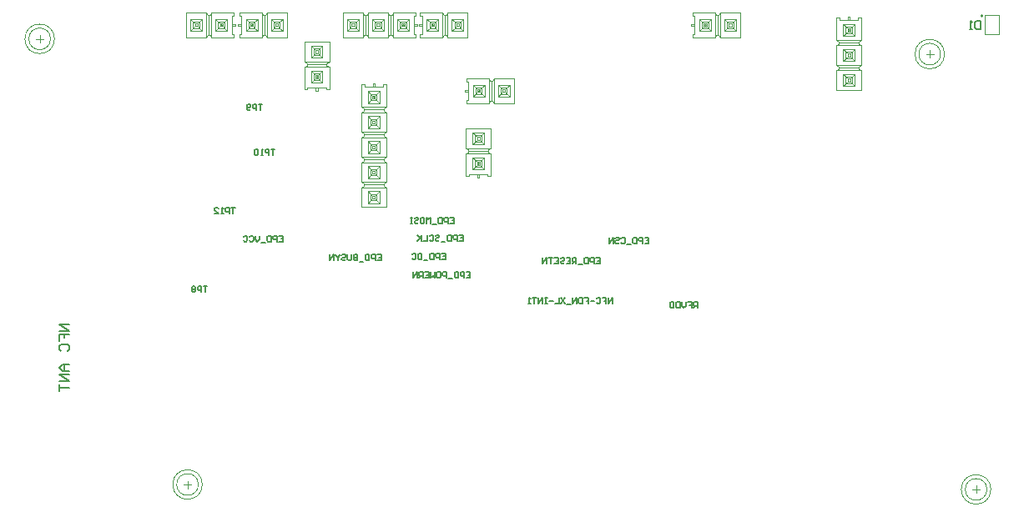
<source format=gbo>
G04 Layer_Color=32896*
%FSLAX44Y44*%
%MOMM*%
G71*
G01*
G75*
%ADD76C,0.2000*%
%ADD77C,0.1000*%
%ADD80C,0.0254*%
%ADD81C,0.0762*%
%ADD87C,0.1778*%
%ADD88C,0.1300*%
%ADD89C,0.1500*%
D76*
X2886840Y2450846D02*
G03*
X2886840Y2450846I-1000J0D01*
G01*
D77*
X2848000Y2412000D02*
G03*
X2848000Y2412000I-15000J0D01*
G01*
X2844000D02*
G03*
X2844000Y2412000I-11000J0D01*
G01*
X2891000Y1970000D02*
G03*
X2891000Y1970000I-11000J0D01*
G01*
X2895000D02*
G03*
X2895000Y1970000I-15000J0D01*
G01*
X1945000Y2427500D02*
G03*
X1945000Y2427500I-15000J0D01*
G01*
X1941000D02*
G03*
X1941000Y2427500I-11000J0D01*
G01*
X2091000Y1975000D02*
G03*
X2091000Y1975000I-11000J0D01*
G01*
X2095000D02*
G03*
X2095000Y1975000I-15000J0D01*
G01*
X2888500Y2451956D02*
X2903500D01*
Y2431956D02*
Y2451956D01*
X2888500Y2431956D02*
Y2451956D01*
Y2431956D02*
X2903500D01*
X2829190Y2412000D02*
X2836810D01*
X2833000Y2408190D02*
Y2415810D01*
X2880000Y1966190D02*
Y1973810D01*
X2876190Y1970000D02*
X2883810D01*
X1926190Y2427500D02*
X1933810D01*
X1930000Y2423690D02*
Y2431310D01*
X2080000Y1971190D02*
Y1978810D01*
X2076190Y1975000D02*
X2083810D01*
D80*
X2298700Y2440940D02*
Y2442464D01*
X2297938Y2441702D02*
X2299462D01*
X2375154Y2300224D02*
Y2301748D01*
X2374392Y2300986D02*
X2375916D01*
X2375408Y2374138D02*
Y2375662D01*
X2374646Y2374900D02*
X2376170D01*
X2144344Y2441702D02*
X2145868D01*
X2145106Y2440940D02*
Y2442464D01*
X2211070Y2388108D02*
Y2389632D01*
X2210308Y2388870D02*
X2211832D01*
X2327910Y2441702D02*
X2329434D01*
X2328672Y2440940D02*
Y2442464D01*
X2604262Y2441448D02*
X2605786D01*
X2605024Y2440686D02*
Y2442210D01*
X2751074Y2435606D02*
Y2437130D01*
X2750312Y2436368D02*
X2751836D01*
X2113610Y2441702D02*
X2115134D01*
X2114372Y2440940D02*
Y2442464D01*
X2268728Y2367534D02*
Y2369058D01*
X2267966Y2368296D02*
X2269490D01*
D81*
X2287295Y2431618D02*
X2288565Y2429002D01*
X2283435D02*
X2284705Y2431618D01*
X2267356Y2435809D02*
X2270049Y2438527D01*
X2287295Y2451811D02*
X2288565Y2454402D01*
X2283435D02*
X2284705Y2451811D01*
X2301951Y2438527D02*
X2304644Y2435809D01*
X2276551Y2444902D02*
X2279269Y2447595D01*
X2292731D02*
X2295449Y2444902D01*
X2270049Y2444953D02*
X2271852Y2443150D01*
X2274748Y2440254D02*
X2276551Y2438451D01*
Y2438527D02*
X2279269Y2435809D01*
X2267356Y2447595D02*
X2270049Y2444902D01*
X2295449Y2444953D02*
X2297252Y2443150D01*
X2300148Y2440254D02*
X2301951Y2438451D01*
X2263165Y2429002D02*
Y2454402D01*
X2270049Y2438451D02*
Y2444953D01*
X2267356Y2435809D02*
Y2447595D01*
X2276551Y2438451D02*
Y2444953D01*
X2279269Y2435809D02*
Y2447595D01*
X2274748Y2440254D02*
Y2443150D01*
X2271852Y2440254D02*
Y2443150D01*
X2283435Y2429002D02*
Y2454402D01*
X2288565Y2429002D02*
Y2454402D01*
X2286000Y2431618D02*
Y2451811D01*
X2297252Y2440254D02*
Y2443150D01*
X2300148Y2440254D02*
Y2443150D01*
X2295449Y2438451D02*
Y2444953D01*
X2301951Y2438451D02*
Y2444953D01*
X2292731Y2435809D02*
Y2447595D01*
X2311400Y2429002D02*
Y2432380D01*
Y2451024D02*
Y2454402D01*
X2312695Y2440813D02*
Y2442591D01*
X2309317Y2432380D02*
Y2451024D01*
X2304644Y2435809D02*
Y2447595D01*
X2301951Y2444902D02*
X2304644Y2447595D01*
X2295449Y2438451D02*
X2297252Y2440254D01*
X2300148Y2443150D02*
X2301951Y2444953D01*
X2292731Y2435809D02*
X2295449Y2438527D01*
X2270049Y2438451D02*
X2271852Y2440254D01*
X2274748Y2443150D02*
X2276551Y2444953D01*
X2263165Y2429002D02*
X2283435D01*
X2288565D02*
X2311400D01*
X2284705Y2431618D02*
X2287295D01*
X2309317Y2432380D02*
X2311400D01*
X2309317Y2440813D02*
X2312695D01*
X2309317Y2442591D02*
X2312695D01*
X2270049Y2444953D02*
X2276551D01*
X2295449D02*
X2301951D01*
X2271852Y2443150D02*
X2274748D01*
X2297252D02*
X2300148D01*
X2271852Y2440254D02*
X2274748D01*
X2297252D02*
X2300148D01*
X2270049Y2438451D02*
X2276551D01*
X2295449D02*
X2301951D01*
X2267356Y2435809D02*
X2279269D01*
X2292731D02*
X2304644D01*
X2263165Y2454402D02*
X2283435D01*
X2288565D02*
X2311400D01*
X2284705Y2451811D02*
X2287295D01*
X2309317Y2451024D02*
X2311400D01*
X2267356Y2447595D02*
X2279269D01*
X2292731D02*
X2304644D01*
X2241956D02*
X2253869D01*
X2259305Y2451811D02*
X2261895D01*
X2237765Y2454402D02*
X2258035D01*
X2241956Y2435809D02*
X2253869D01*
X2244649Y2438451D02*
X2251151D01*
X2246452Y2440254D02*
X2249348D01*
X2246452Y2443150D02*
X2249348D01*
X2244649Y2444953D02*
X2251151D01*
X2259305Y2431618D02*
X2261895D01*
X2237765Y2429002D02*
X2258035D01*
X2249348Y2443150D02*
X2251151Y2444953D01*
X2244649Y2438451D02*
X2246452Y2440254D01*
X2260600Y2431618D02*
Y2451811D01*
X2263165Y2429002D02*
Y2454402D01*
X2258035Y2429002D02*
Y2454402D01*
X2246452Y2440254D02*
Y2443150D01*
X2249348Y2440254D02*
Y2443150D01*
X2253869Y2435809D02*
Y2447595D01*
X2251151Y2438451D02*
Y2444953D01*
X2241956Y2435809D02*
Y2447595D01*
X2244649Y2438451D02*
Y2444953D01*
X2237765Y2429002D02*
Y2454402D01*
X2241956Y2447595D02*
X2244649Y2444902D01*
X2251151Y2438527D02*
X2253869Y2435809D01*
X2249348Y2440254D02*
X2251151Y2438451D01*
X2244649Y2444953D02*
X2246452Y2443150D01*
X2251151Y2444902D02*
X2253869Y2447595D01*
X2258035Y2454402D02*
X2259305Y2451811D01*
X2261895D02*
X2263165Y2454402D01*
X2241956Y2435809D02*
X2244649Y2438527D01*
X2258035Y2429002D02*
X2259305Y2431618D01*
X2261895D02*
X2263165Y2429002D01*
X2381047Y2295042D02*
Y2306955D01*
Y2320417D02*
Y2332330D01*
X2384476Y2288286D02*
Y2290369D01*
X2385263Y2312391D02*
Y2314981D01*
X2387854Y2288286D02*
Y2311121D01*
Y2316251D02*
Y2336521D01*
X2369261Y2295042D02*
Y2306955D01*
Y2320417D02*
Y2332330D01*
X2371903Y2297735D02*
Y2304237D01*
Y2323135D02*
Y2329637D01*
X2373706Y2299538D02*
Y2302434D01*
Y2324938D02*
Y2327834D01*
X2376602Y2299538D02*
Y2302434D01*
Y2324938D02*
Y2327834D01*
X2378405Y2297735D02*
Y2304237D01*
Y2323135D02*
Y2329637D01*
X2376043Y2286991D02*
Y2290369D01*
X2374265Y2286991D02*
Y2290369D01*
X2365832Y2288286D02*
Y2290369D01*
X2365070Y2312391D02*
Y2314981D01*
X2362454Y2288286D02*
Y2311121D01*
Y2316251D02*
Y2336521D01*
X2376602Y2324938D02*
X2378405Y2323135D01*
X2371903Y2329637D02*
X2373706Y2327834D01*
X2369261Y2306955D02*
X2371979Y2304237D01*
X2376602Y2299538D02*
X2378405Y2297735D01*
X2371903Y2304237D02*
X2373706Y2302434D01*
X2378354Y2297735D02*
X2381047Y2295042D01*
X2369261D02*
X2381047D01*
X2365832Y2290369D02*
X2384476D01*
X2374265Y2286991D02*
X2376043D01*
X2384476Y2288286D02*
X2387854D01*
X2362454D02*
X2365832D01*
X2369261Y2306955D02*
X2381047D01*
X2371903Y2297735D02*
X2378405D01*
X2371903Y2304237D02*
X2378405D01*
X2373706Y2299538D02*
X2376602D01*
X2373706Y2302434D02*
X2376602D01*
X2365070Y2313686D02*
X2385263D01*
X2362454Y2311121D02*
X2387854D01*
X2362454Y2316251D02*
X2387854D01*
X2373706Y2327834D02*
X2376602D01*
X2373706Y2324938D02*
X2376602D01*
X2369261Y2320417D02*
X2381047D01*
X2371903Y2323135D02*
X2378405D01*
X2369261Y2332330D02*
X2381047D01*
X2371903Y2329637D02*
X2378405D01*
X2362454Y2336521D02*
X2387854D01*
X2371903Y2297735D02*
X2373706Y2299538D01*
X2376602Y2302434D02*
X2378405Y2304237D01*
X2378354Y2329637D02*
X2381047Y2332330D01*
X2369261Y2320417D02*
X2371979Y2323135D01*
X2371903D02*
X2373706Y2324938D01*
X2376602Y2327834D02*
X2378405Y2329637D01*
X2378354Y2304237D02*
X2381047Y2306955D01*
X2378354Y2323135D02*
X2381047Y2320417D01*
X2369261Y2295042D02*
X2371979Y2297735D01*
X2385263Y2314981D02*
X2387854Y2316251D01*
X2385263Y2312391D02*
X2387854Y2311121D01*
X2369261Y2332330D02*
X2371979Y2329637D01*
X2362454Y2316251D02*
X2365070Y2314981D01*
X2362454Y2311121D02*
X2365070Y2312391D01*
X2385543Y2387600D02*
X2386813Y2384984D01*
X2389403D02*
X2390673Y2387600D01*
X2404059Y2378075D02*
X2406752Y2380793D01*
X2385543Y2362200D02*
X2386813Y2364791D01*
X2389403D02*
X2390673Y2362200D01*
X2369464Y2380793D02*
X2372157Y2378075D01*
X2394839Y2369007D02*
X2397557Y2371700D01*
X2378659D02*
X2381377Y2369007D01*
X2402256Y2373452D02*
X2404059Y2371649D01*
X2397557Y2378151D02*
X2399360Y2376348D01*
X2394839Y2380793D02*
X2397557Y2378075D01*
X2404059Y2371700D02*
X2406752Y2369007D01*
X2376856Y2373452D02*
X2378659Y2371649D01*
X2372157Y2378151D02*
X2373960Y2376348D01*
X2410943Y2362200D02*
Y2387600D01*
X2404059Y2371649D02*
Y2378151D01*
X2406752Y2369007D02*
Y2380793D01*
X2397557Y2371649D02*
Y2378151D01*
X2394839Y2369007D02*
Y2380793D01*
X2399360Y2373452D02*
Y2376348D01*
X2402256Y2373452D02*
Y2376348D01*
X2390673Y2362200D02*
Y2387600D01*
X2385543Y2362200D02*
Y2387600D01*
X2388108Y2364791D02*
Y2384984D01*
X2376856Y2373452D02*
Y2376348D01*
X2373960Y2373452D02*
Y2376348D01*
X2378659Y2371649D02*
Y2378151D01*
X2372157Y2371649D02*
Y2378151D01*
X2381377Y2369007D02*
Y2380793D01*
X2362708Y2384222D02*
Y2387600D01*
Y2362200D02*
Y2365578D01*
X2361413Y2374011D02*
Y2375789D01*
X2364791Y2365578D02*
Y2384222D01*
X2369464Y2369007D02*
Y2380793D01*
Y2369007D02*
X2372157Y2371700D01*
X2376856Y2376348D02*
X2378659Y2378151D01*
X2372157Y2371649D02*
X2373960Y2373452D01*
X2378659Y2378075D02*
X2381377Y2380793D01*
X2402256Y2376348D02*
X2404059Y2378151D01*
X2397557Y2371649D02*
X2399360Y2373452D01*
X2390673Y2387600D02*
X2410943D01*
X2362708D02*
X2385543D01*
X2386813Y2384984D02*
X2389403D01*
X2362708Y2384222D02*
X2364791D01*
X2361413Y2375789D02*
X2364791D01*
X2361413Y2374011D02*
X2364791D01*
X2397557Y2371649D02*
X2404059D01*
X2372157D02*
X2378659D01*
X2399360Y2373452D02*
X2402256D01*
X2373960D02*
X2376856D01*
X2399360Y2376348D02*
X2402256D01*
X2373960D02*
X2376856D01*
X2397557Y2378151D02*
X2404059D01*
X2372157D02*
X2378659D01*
X2394839Y2380793D02*
X2406752D01*
X2369464D02*
X2381377D01*
X2390673Y2362200D02*
X2410943D01*
X2362708D02*
X2385543D01*
X2386813Y2364791D02*
X2389403D01*
X2362708Y2365578D02*
X2364791D01*
X2394839Y2369007D02*
X2406752D01*
X2369464D02*
X2381377D01*
X2139163Y2435809D02*
X2151075D01*
X2164537D02*
X2176450D01*
X2132406Y2432380D02*
X2134489D01*
X2156511Y2431593D02*
X2159102D01*
X2132406Y2429002D02*
X2155241D01*
X2160372D02*
X2180641D01*
X2139163Y2447595D02*
X2151075D01*
X2164537D02*
X2176450D01*
X2141855Y2444953D02*
X2148357D01*
X2167255D02*
X2173757D01*
X2143658Y2443150D02*
X2146554D01*
X2169058D02*
X2171954D01*
X2143658Y2440254D02*
X2146554D01*
X2169058D02*
X2171954D01*
X2141855Y2438451D02*
X2148357D01*
X2167255D02*
X2173757D01*
X2131111Y2440813D02*
X2134489D01*
X2131111Y2442591D02*
X2134489D01*
X2132406Y2451024D02*
X2134489D01*
X2156511Y2451786D02*
X2159102D01*
X2132406Y2454402D02*
X2155241D01*
X2160372D02*
X2180641D01*
X2167255Y2438451D02*
X2169058Y2440254D01*
X2171954Y2443150D02*
X2173757Y2444953D01*
X2148357Y2444877D02*
X2151075Y2447595D01*
X2141855Y2438451D02*
X2143658Y2440254D01*
X2146554Y2443150D02*
X2148357Y2444953D01*
X2139163Y2435809D02*
X2141855Y2438502D01*
X2139163Y2435809D02*
Y2447595D01*
X2134489Y2432380D02*
Y2451024D01*
X2131111Y2440813D02*
Y2442591D01*
X2132406Y2429002D02*
Y2432380D01*
Y2451024D02*
Y2454402D01*
X2151075Y2435809D02*
Y2447595D01*
X2141855Y2438451D02*
Y2444953D01*
X2148357Y2438451D02*
Y2444953D01*
X2143658Y2440254D02*
Y2443150D01*
X2146554Y2440254D02*
Y2443150D01*
X2157806Y2431593D02*
Y2451786D01*
X2155241Y2429002D02*
Y2454402D01*
X2160372Y2429002D02*
Y2454402D01*
X2171954Y2440254D02*
Y2443150D01*
X2169058Y2440254D02*
Y2443150D01*
X2164537Y2435809D02*
Y2447595D01*
X2167255Y2438451D02*
Y2444953D01*
X2176450Y2435809D02*
Y2447595D01*
X2173757Y2438451D02*
Y2444953D01*
X2180641Y2429002D02*
Y2454402D01*
X2141855Y2444953D02*
X2143658Y2443150D01*
X2146554Y2440254D02*
X2148357Y2438451D01*
X2173757Y2438502D02*
X2176450Y2435809D01*
X2164537Y2447595D02*
X2167255Y2444877D01*
Y2444953D02*
X2169058Y2443150D01*
X2171954Y2440254D02*
X2173757Y2438451D01*
X2148357Y2438502D02*
X2151075Y2435809D01*
X2164537D02*
X2167255Y2438502D01*
X2139163Y2447595D02*
X2141855Y2444877D01*
X2159102Y2431593D02*
X2160372Y2429002D01*
X2155241D02*
X2156511Y2431593D01*
X2173757Y2444877D02*
X2176450Y2447595D01*
X2159102Y2451786D02*
X2160372Y2454402D01*
X2155241D02*
X2156511Y2451786D01*
X2216963Y2382926D02*
Y2394839D01*
Y2408301D02*
Y2420214D01*
X2220392Y2376170D02*
Y2378253D01*
X2221179Y2400275D02*
Y2402865D01*
X2223770Y2376170D02*
Y2399005D01*
Y2404135D02*
Y2424405D01*
X2205177Y2382926D02*
Y2394839D01*
Y2408301D02*
Y2420214D01*
X2207819Y2385619D02*
Y2392121D01*
Y2411019D02*
Y2417521D01*
X2209622Y2387422D02*
Y2390318D01*
Y2412822D02*
Y2415718D01*
X2212518Y2387422D02*
Y2390318D01*
Y2412822D02*
Y2415718D01*
X2214321Y2385619D02*
Y2392121D01*
Y2411019D02*
Y2417521D01*
X2211959Y2374875D02*
Y2378253D01*
X2210181Y2374875D02*
Y2378253D01*
X2201748Y2376170D02*
Y2378253D01*
X2200986Y2400275D02*
Y2402865D01*
X2198370Y2376170D02*
Y2399005D01*
Y2404135D02*
Y2424405D01*
X2212518Y2412822D02*
X2214321Y2411019D01*
X2207819Y2417521D02*
X2209622Y2415718D01*
X2205177Y2394839D02*
X2207895Y2392121D01*
X2212518Y2387422D02*
X2214321Y2385619D01*
X2207819Y2392121D02*
X2209622Y2390318D01*
X2214270Y2385619D02*
X2216963Y2382926D01*
X2205177D02*
X2216963D01*
X2201748Y2378253D02*
X2220392D01*
X2210181Y2374875D02*
X2211959D01*
X2220392Y2376170D02*
X2223770D01*
X2198370D02*
X2201748D01*
X2205177Y2394839D02*
X2216963D01*
X2207819Y2385619D02*
X2214321D01*
X2207819Y2392121D02*
X2214321D01*
X2209622Y2387422D02*
X2212518D01*
X2209622Y2390318D02*
X2212518D01*
X2200986Y2401570D02*
X2221179D01*
X2198370Y2399005D02*
X2223770D01*
X2198370Y2404135D02*
X2223770D01*
X2209622Y2415718D02*
X2212518D01*
X2209622Y2412822D02*
X2212518D01*
X2205177Y2408301D02*
X2216963D01*
X2207819Y2411019D02*
X2214321D01*
X2205177Y2420214D02*
X2216963D01*
X2207819Y2417521D02*
X2214321D01*
X2198370Y2424405D02*
X2223770D01*
X2207819Y2385619D02*
X2209622Y2387422D01*
X2212518Y2390318D02*
X2214321Y2392121D01*
X2214270Y2417521D02*
X2216963Y2420214D01*
X2205177Y2408301D02*
X2207895Y2411019D01*
X2207819D02*
X2209622Y2412822D01*
X2212518Y2415718D02*
X2214321Y2417521D01*
X2214270Y2392121D02*
X2216963Y2394839D01*
X2214270Y2411019D02*
X2216963Y2408301D01*
X2205177Y2382926D02*
X2207895Y2385619D01*
X2221179Y2402865D02*
X2223770Y2404135D01*
X2221179Y2400275D02*
X2223770Y2399005D01*
X2205177Y2420214D02*
X2207895Y2417521D01*
X2198370Y2404135D02*
X2200986Y2402865D01*
X2198370Y2399005D02*
X2200986Y2400275D01*
X2322728Y2435809D02*
X2334641D01*
X2348103D02*
X2360016D01*
X2315972Y2432380D02*
X2318055D01*
X2340077Y2431593D02*
X2342667D01*
X2315972Y2429002D02*
X2338807D01*
X2343937D02*
X2364207D01*
X2322728Y2447595D02*
X2334641D01*
X2348103D02*
X2360016D01*
X2325421Y2444953D02*
X2331923D01*
X2350821D02*
X2357323D01*
X2327224Y2443150D02*
X2330120D01*
X2352624D02*
X2355520D01*
X2327224Y2440254D02*
X2330120D01*
X2352624D02*
X2355520D01*
X2325421Y2438451D02*
X2331923D01*
X2350821D02*
X2357323D01*
X2314677Y2440813D02*
X2318055D01*
X2314677Y2442591D02*
X2318055D01*
X2315972Y2451024D02*
X2318055D01*
X2340077Y2451786D02*
X2342667D01*
X2315972Y2454402D02*
X2338807D01*
X2343937D02*
X2364207D01*
X2350821Y2438451D02*
X2352624Y2440254D01*
X2355520Y2443150D02*
X2357323Y2444953D01*
X2331923Y2444877D02*
X2334641Y2447595D01*
X2325421Y2438451D02*
X2327224Y2440254D01*
X2330120Y2443150D02*
X2331923Y2444953D01*
X2322728Y2435809D02*
X2325421Y2438502D01*
X2322728Y2435809D02*
Y2447595D01*
X2318055Y2432380D02*
Y2451024D01*
X2314677Y2440813D02*
Y2442591D01*
X2315972Y2429002D02*
Y2432380D01*
Y2451024D02*
Y2454402D01*
X2334641Y2435809D02*
Y2447595D01*
X2325421Y2438451D02*
Y2444953D01*
X2331923Y2438451D02*
Y2444953D01*
X2327224Y2440254D02*
Y2443150D01*
X2330120Y2440254D02*
Y2443150D01*
X2341372Y2431593D02*
Y2451786D01*
X2338807Y2429002D02*
Y2454402D01*
X2343937Y2429002D02*
Y2454402D01*
X2355520Y2440254D02*
Y2443150D01*
X2352624Y2440254D02*
Y2443150D01*
X2348103Y2435809D02*
Y2447595D01*
X2350821Y2438451D02*
Y2444953D01*
X2360016Y2435809D02*
Y2447595D01*
X2357323Y2438451D02*
Y2444953D01*
X2364207Y2429002D02*
Y2454402D01*
X2325421Y2444953D02*
X2327224Y2443150D01*
X2330120Y2440254D02*
X2331923Y2438451D01*
X2357323Y2438502D02*
X2360016Y2435809D01*
X2348103Y2447595D02*
X2350821Y2444877D01*
Y2444953D02*
X2352624Y2443150D01*
X2355520Y2440254D02*
X2357323Y2438451D01*
X2331923Y2438502D02*
X2334641Y2435809D01*
X2348103D02*
X2350821Y2438502D01*
X2322728Y2447595D02*
X2325421Y2444877D01*
X2342667Y2431593D02*
X2343937Y2429002D01*
X2338807D02*
X2340077Y2431593D01*
X2357323Y2444877D02*
X2360016Y2447595D01*
X2342667Y2451786D02*
X2343937Y2454402D01*
X2338807D02*
X2340077Y2451786D01*
X2599081Y2435555D02*
X2610993D01*
X2624455D02*
X2636367D01*
X2592324Y2432126D02*
X2594407D01*
X2616429Y2431339D02*
X2619019D01*
X2592324Y2428748D02*
X2615159D01*
X2620289D02*
X2640558D01*
X2599081Y2447341D02*
X2610993D01*
X2624455D02*
X2636367D01*
X2601773Y2444699D02*
X2608275D01*
X2627173D02*
X2633675D01*
X2603576Y2442896D02*
X2606472D01*
X2628976D02*
X2631872D01*
X2603576Y2440000D02*
X2606472D01*
X2628976D02*
X2631872D01*
X2601773Y2438197D02*
X2608275D01*
X2627173D02*
X2633675D01*
X2591029Y2440559D02*
X2594407D01*
X2591029Y2442337D02*
X2594407D01*
X2592324Y2450770D02*
X2594407D01*
X2616429Y2451532D02*
X2619019D01*
X2592324Y2454148D02*
X2615159D01*
X2620289D02*
X2640558D01*
X2627173Y2438197D02*
X2628976Y2440000D01*
X2631872Y2442896D02*
X2633675Y2444699D01*
X2608275Y2444623D02*
X2610993Y2447341D01*
X2601773Y2438197D02*
X2603576Y2440000D01*
X2606472Y2442896D02*
X2608275Y2444699D01*
X2599081Y2435555D02*
X2601773Y2438248D01*
X2599081Y2435555D02*
Y2447341D01*
X2594407Y2432126D02*
Y2450770D01*
X2591029Y2440559D02*
Y2442337D01*
X2592324Y2428748D02*
Y2432126D01*
Y2450770D02*
Y2454148D01*
X2610993Y2435555D02*
Y2447341D01*
X2601773Y2438197D02*
Y2444699D01*
X2608275Y2438197D02*
Y2444699D01*
X2603576Y2440000D02*
Y2442896D01*
X2606472Y2440000D02*
Y2442896D01*
X2617724Y2431339D02*
Y2451532D01*
X2615159Y2428748D02*
Y2454148D01*
X2620289Y2428748D02*
Y2454148D01*
X2631872Y2440000D02*
Y2442896D01*
X2628976Y2440000D02*
Y2442896D01*
X2624455Y2435555D02*
Y2447341D01*
X2627173Y2438197D02*
Y2444699D01*
X2636367Y2435555D02*
Y2447341D01*
X2633675Y2438197D02*
Y2444699D01*
X2640558Y2428748D02*
Y2454148D01*
X2601773Y2444699D02*
X2603576Y2442896D01*
X2606472Y2440000D02*
X2608275Y2438197D01*
X2633675Y2438248D02*
X2636367Y2435555D01*
X2624455Y2447341D02*
X2627173Y2444623D01*
Y2444699D02*
X2628976Y2442896D01*
X2631872Y2440000D02*
X2633675Y2438197D01*
X2608275Y2438248D02*
X2610993Y2435555D01*
X2624455D02*
X2627173Y2438248D01*
X2599081Y2447341D02*
X2601773Y2444623D01*
X2619019Y2431339D02*
X2620289Y2428748D01*
X2615159D02*
X2616429Y2431339D01*
X2633675Y2444623D02*
X2636367Y2447341D01*
X2619019Y2451532D02*
X2620289Y2454148D01*
X2615159D02*
X2616429Y2451532D01*
X2761158Y2399563D02*
X2763774Y2400833D01*
X2761158Y2396973D02*
X2763774Y2395703D01*
X2754249Y2382317D02*
X2756967Y2379624D01*
X2738374Y2400833D02*
X2740965Y2399563D01*
X2738374Y2395703D02*
X2740965Y2396973D01*
X2745181Y2391537D02*
X2747874Y2388819D01*
X2747823Y2382317D02*
X2749626Y2384120D01*
X2752522Y2387016D02*
X2754325Y2388819D01*
X2754249D02*
X2756967Y2391537D01*
X2745181Y2379624D02*
X2747874Y2382317D01*
X2738374Y2375433D02*
X2763774D01*
X2747823Y2382317D02*
X2754325D01*
X2745181Y2379624D02*
X2756967D01*
X2747823Y2388819D02*
X2754325D01*
X2745181Y2391537D02*
X2756967D01*
X2749626Y2387016D02*
X2752522D01*
X2749626Y2384120D02*
X2752522D01*
X2738374Y2395703D02*
X2763774D01*
X2738374Y2400833D02*
X2763774D01*
X2740965Y2398268D02*
X2761158D01*
X2752522Y2384120D02*
X2754325Y2382317D01*
X2747823Y2388819D02*
X2749626Y2387016D01*
X2763774Y2375433D02*
Y2395703D01*
X2761158Y2396973D02*
Y2399563D01*
X2747823Y2382317D02*
Y2388819D01*
X2749626Y2384120D02*
Y2387016D01*
X2752522Y2384120D02*
Y2387016D01*
X2754325Y2382317D02*
Y2388819D01*
X2756967Y2379624D02*
Y2391537D01*
X2738374Y2375433D02*
Y2395703D01*
X2740965Y2396973D02*
Y2399563D01*
X2745181Y2379624D02*
Y2391537D01*
Y2430399D02*
Y2442312D01*
Y2405024D02*
Y2416937D01*
X2741752Y2446985D02*
Y2449068D01*
X2740965Y2422373D02*
Y2424963D01*
X2738374Y2426233D02*
Y2449068D01*
Y2400833D02*
Y2421103D01*
X2756967Y2430399D02*
Y2442312D01*
Y2405024D02*
Y2416937D01*
X2754325Y2433117D02*
Y2439619D01*
Y2407717D02*
Y2414219D01*
X2752522Y2434920D02*
Y2437816D01*
Y2409520D02*
Y2412416D01*
X2749626Y2434920D02*
Y2437816D01*
Y2409520D02*
Y2412416D01*
X2747823Y2433117D02*
Y2439619D01*
Y2407717D02*
Y2414219D01*
X2750185Y2446985D02*
Y2450363D01*
X2751963Y2446985D02*
Y2450363D01*
X2760396Y2446985D02*
Y2449068D01*
X2761158Y2422373D02*
Y2424963D01*
X2763774Y2426233D02*
Y2449068D01*
Y2400833D02*
Y2421103D01*
X2747823Y2414219D02*
X2749626Y2412416D01*
X2752522Y2409520D02*
X2754325Y2407717D01*
X2754249Y2433117D02*
X2756967Y2430399D01*
X2747823Y2439619D02*
X2749626Y2437816D01*
X2752522Y2434920D02*
X2754325Y2433117D01*
X2745181Y2442312D02*
X2747874Y2439619D01*
X2745181Y2442312D02*
X2756967D01*
X2741752Y2446985D02*
X2760396D01*
X2750185Y2450363D02*
X2751963D01*
X2738374Y2449068D02*
X2741752D01*
X2760396D02*
X2763774D01*
X2745181Y2430399D02*
X2756967D01*
X2747823Y2439619D02*
X2754325D01*
X2747823Y2433117D02*
X2754325D01*
X2749626Y2437816D02*
X2752522D01*
X2749626Y2434920D02*
X2752522D01*
X2740965Y2423668D02*
X2761158D01*
X2738374Y2426233D02*
X2763774D01*
X2738374Y2421103D02*
X2763774D01*
X2749626Y2409520D02*
X2752522D01*
X2749626Y2412416D02*
X2752522D01*
X2745181Y2416937D02*
X2756967D01*
X2747823Y2414219D02*
X2754325D01*
X2745181Y2405024D02*
X2756967D01*
X2747823Y2407717D02*
X2754325D01*
X2738374Y2400833D02*
X2763774D01*
X2752522Y2437816D02*
X2754325Y2439619D01*
X2747823Y2433117D02*
X2749626Y2434920D01*
X2745181Y2405024D02*
X2747874Y2407717D01*
X2754249Y2414219D02*
X2756967Y2416937D01*
X2752522Y2412416D02*
X2754325Y2414219D01*
X2747823Y2407717D02*
X2749626Y2409520D01*
X2745181Y2430399D02*
X2747874Y2433117D01*
X2745181Y2416937D02*
X2747874Y2414219D01*
X2754249Y2439619D02*
X2756967Y2442312D01*
X2738374Y2421103D02*
X2740965Y2422373D01*
X2738374Y2426233D02*
X2740965Y2424963D01*
X2754249Y2407717D02*
X2756967Y2405024D01*
X2761158Y2422373D02*
X2763774Y2421103D01*
X2761158Y2424963D02*
X2763774Y2426233D01*
X2108403Y2447595D02*
X2120316D01*
X2083029D02*
X2094941D01*
X2124989Y2451024D02*
X2127072D01*
X2100377Y2451811D02*
X2102968D01*
X2104238Y2454402D02*
X2127072D01*
X2078838D02*
X2099107D01*
X2108403Y2435809D02*
X2120316D01*
X2083029D02*
X2094941D01*
X2111121Y2438451D02*
X2117623D01*
X2085721D02*
X2092223D01*
X2112924Y2440254D02*
X2115820D01*
X2087524D02*
X2090420D01*
X2112924Y2443150D02*
X2115820D01*
X2087524D02*
X2090420D01*
X2111121Y2444953D02*
X2117623D01*
X2085721D02*
X2092223D01*
X2124989Y2442591D02*
X2128368D01*
X2124989Y2440813D02*
X2128368D01*
X2124989Y2432380D02*
X2127072D01*
X2100377Y2431618D02*
X2102968D01*
X2104238Y2429002D02*
X2127072D01*
X2078838D02*
X2099107D01*
X2090420Y2443150D02*
X2092223Y2444953D01*
X2085721Y2438451D02*
X2087524Y2440254D01*
X2108403Y2435809D02*
X2111121Y2438527D01*
X2115820Y2443150D02*
X2117623Y2444953D01*
X2111121Y2438451D02*
X2112924Y2440254D01*
X2117623Y2444902D02*
X2120316Y2447595D01*
Y2435809D02*
Y2447595D01*
X2124989Y2432380D02*
Y2451024D01*
X2128368Y2440813D02*
Y2442591D01*
X2127072Y2451024D02*
Y2454402D01*
Y2429002D02*
Y2432380D01*
X2108403Y2435809D02*
Y2447595D01*
X2117623Y2438451D02*
Y2444953D01*
X2111121Y2438451D02*
Y2444953D01*
X2115820Y2440254D02*
Y2443150D01*
X2112924Y2440254D02*
Y2443150D01*
X2101672Y2431618D02*
Y2451811D01*
X2104238Y2429002D02*
Y2454402D01*
X2099107Y2429002D02*
Y2454402D01*
X2087524Y2440254D02*
Y2443150D01*
X2090420Y2440254D02*
Y2443150D01*
X2094941Y2435809D02*
Y2447595D01*
X2092223Y2438451D02*
Y2444953D01*
X2083029Y2435809D02*
Y2447595D01*
X2085721Y2438451D02*
Y2444953D01*
X2078838Y2429002D02*
Y2454402D01*
X2115820Y2440254D02*
X2117623Y2438451D01*
X2111121Y2444953D02*
X2112924Y2443150D01*
X2083029Y2447595D02*
X2085721Y2444902D01*
X2092223Y2438527D02*
X2094941Y2435809D01*
X2090420Y2440254D02*
X2092223Y2438451D01*
X2085721Y2444953D02*
X2087524Y2443150D01*
X2108403Y2447595D02*
X2111121Y2444902D01*
X2092223D02*
X2094941Y2447595D01*
X2117623Y2438527D02*
X2120316Y2435809D01*
X2099107Y2454402D02*
X2100377Y2451811D01*
X2102968D02*
X2104238Y2454402D01*
X2083029Y2435809D02*
X2085721Y2438527D01*
X2099107Y2429002D02*
X2100377Y2431618D01*
X2102968D02*
X2104238Y2429002D01*
X2278812Y2331491D02*
X2281428Y2332761D01*
X2278812Y2328901D02*
X2281428Y2327631D01*
X2271903Y2314245D02*
X2274621Y2311552D01*
X2256028Y2332761D02*
X2258619Y2331491D01*
X2256028Y2327631D02*
X2258619Y2328901D01*
X2262835Y2323465D02*
X2265528Y2320747D01*
X2265477Y2314245D02*
X2267280Y2316048D01*
X2270176Y2318944D02*
X2271979Y2320747D01*
X2271903D02*
X2274621Y2323465D01*
X2262835Y2311552D02*
X2265528Y2314245D01*
X2256028Y2307361D02*
X2281428D01*
X2265477Y2314245D02*
X2271979D01*
X2262835Y2311552D02*
X2274621D01*
X2265477Y2320747D02*
X2271979D01*
X2262835Y2323465D02*
X2274621D01*
X2267280Y2318944D02*
X2270176D01*
X2267280Y2316048D02*
X2270176D01*
X2256028Y2327631D02*
X2281428D01*
X2256028Y2332761D02*
X2281428D01*
X2258619Y2330196D02*
X2278812D01*
X2270176Y2316048D02*
X2271979Y2314245D01*
X2265477Y2320747D02*
X2267280Y2318944D01*
X2281428Y2307361D02*
Y2327631D01*
X2278812Y2328901D02*
Y2331491D01*
X2265477Y2314245D02*
Y2320747D01*
X2267280Y2316048D02*
Y2318944D01*
X2270176Y2316048D02*
Y2318944D01*
X2271979Y2314245D02*
Y2320747D01*
X2274621Y2311552D02*
Y2323465D01*
X2256028Y2307361D02*
Y2327631D01*
X2258619Y2328901D02*
Y2331491D01*
X2262835Y2311552D02*
Y2323465D01*
Y2362327D02*
Y2374240D01*
Y2336952D02*
Y2348865D01*
X2259406Y2378913D02*
Y2380996D01*
X2258619Y2354301D02*
Y2356891D01*
X2256028Y2358161D02*
Y2380996D01*
Y2332761D02*
Y2353031D01*
X2274621Y2362327D02*
Y2374240D01*
Y2336952D02*
Y2348865D01*
X2271979Y2365045D02*
Y2371547D01*
Y2339645D02*
Y2346147D01*
X2270176Y2366848D02*
Y2369744D01*
Y2341448D02*
Y2344344D01*
X2267280Y2366848D02*
Y2369744D01*
Y2341448D02*
Y2344344D01*
X2265477Y2365045D02*
Y2371547D01*
Y2339645D02*
Y2346147D01*
X2267839Y2378913D02*
Y2382291D01*
X2269617Y2378913D02*
Y2382291D01*
X2278050Y2378913D02*
Y2380996D01*
X2278812Y2354301D02*
Y2356891D01*
X2281428Y2358161D02*
Y2380996D01*
Y2332761D02*
Y2353031D01*
X2265477Y2346147D02*
X2267280Y2344344D01*
X2270176Y2341448D02*
X2271979Y2339645D01*
X2271903Y2365045D02*
X2274621Y2362327D01*
X2265477Y2371547D02*
X2267280Y2369744D01*
X2270176Y2366848D02*
X2271979Y2365045D01*
X2262835Y2374240D02*
X2265528Y2371547D01*
X2262835Y2374240D02*
X2274621D01*
X2259406Y2378913D02*
X2278050D01*
X2267839Y2382291D02*
X2269617D01*
X2256028Y2380996D02*
X2259406D01*
X2278050D02*
X2281428D01*
X2262835Y2362327D02*
X2274621D01*
X2265477Y2371547D02*
X2271979D01*
X2265477Y2365045D02*
X2271979D01*
X2267280Y2369744D02*
X2270176D01*
X2267280Y2366848D02*
X2270176D01*
X2258619Y2355596D02*
X2278812D01*
X2256028Y2358161D02*
X2281428D01*
X2256028Y2353031D02*
X2281428D01*
X2267280Y2341448D02*
X2270176D01*
X2267280Y2344344D02*
X2270176D01*
X2262835Y2348865D02*
X2274621D01*
X2265477Y2346147D02*
X2271979D01*
X2262835Y2336952D02*
X2274621D01*
X2265477Y2339645D02*
X2271979D01*
X2256028Y2332761D02*
X2281428D01*
X2270176Y2369744D02*
X2271979Y2371547D01*
X2265477Y2365045D02*
X2267280Y2366848D01*
X2262835Y2336952D02*
X2265528Y2339645D01*
X2271903Y2346147D02*
X2274621Y2348865D01*
X2270176Y2344344D02*
X2271979Y2346147D01*
X2265477Y2339645D02*
X2267280Y2341448D01*
X2262835Y2362327D02*
X2265528Y2365045D01*
X2262835Y2348865D02*
X2265528Y2346147D01*
X2271903Y2371547D02*
X2274621Y2374240D01*
X2256028Y2353031D02*
X2258619Y2354301D01*
X2256028Y2358161D02*
X2258619Y2356891D01*
X2271903Y2339645D02*
X2274621Y2336952D01*
X2278812Y2354301D02*
X2281428Y2353031D01*
X2278812Y2356891D02*
X2281428Y2358161D01*
X2256028Y2307361D02*
X2281428D01*
X2262835Y2286152D02*
Y2298065D01*
X2258619Y2303501D02*
Y2306091D01*
X2256028Y2281961D02*
Y2302231D01*
X2274621Y2286152D02*
Y2298065D01*
X2271979Y2288845D02*
Y2295347D01*
X2270176Y2290648D02*
Y2293544D01*
X2267280Y2290648D02*
Y2293544D01*
X2265477Y2288845D02*
Y2295347D01*
X2278812Y2303501D02*
Y2306091D01*
X2281428Y2281961D02*
Y2302231D01*
X2265477Y2295347D02*
X2267280Y2293544D01*
X2270176Y2290648D02*
X2271979Y2288845D01*
X2258619Y2304796D02*
X2278812D01*
X2256028Y2307361D02*
X2281428D01*
X2256028Y2302231D02*
X2281428D01*
X2267280Y2290648D02*
X2270176D01*
X2267280Y2293544D02*
X2270176D01*
X2262835Y2298065D02*
X2274621D01*
X2265477Y2295347D02*
X2271979D01*
X2262835Y2286152D02*
X2274621D01*
X2265477Y2288845D02*
X2271979D01*
X2256028Y2281961D02*
X2281428D01*
X2262835Y2286152D02*
X2265528Y2288845D01*
X2271903Y2295347D02*
X2274621Y2298065D01*
X2270176Y2293544D02*
X2271979Y2295347D01*
X2265477Y2288845D02*
X2267280Y2290648D01*
X2262835Y2298065D02*
X2265528Y2295347D01*
X2256028Y2302231D02*
X2258619Y2303501D01*
X2256028Y2307361D02*
X2258619Y2306091D01*
X2271903Y2288845D02*
X2274621Y2286152D01*
X2278812Y2303501D02*
X2281428Y2302231D01*
X2278812Y2306091D02*
X2281428Y2307361D01*
X2256028Y2281961D02*
X2281428D01*
X2262835Y2260752D02*
Y2272665D01*
X2258619Y2278101D02*
Y2280691D01*
X2256028Y2256561D02*
Y2276831D01*
X2274621Y2260752D02*
Y2272665D01*
X2271979Y2263445D02*
Y2269947D01*
X2270176Y2265248D02*
Y2268144D01*
X2267280Y2265248D02*
Y2268144D01*
X2265477Y2263445D02*
Y2269947D01*
X2278812Y2278101D02*
Y2280691D01*
X2281428Y2256561D02*
Y2276831D01*
X2265477Y2269947D02*
X2267280Y2268144D01*
X2270176Y2265248D02*
X2271979Y2263445D01*
X2258619Y2279396D02*
X2278812D01*
X2256028Y2281961D02*
X2281428D01*
X2256028Y2276831D02*
X2281428D01*
X2267280Y2265248D02*
X2270176D01*
X2267280Y2268144D02*
X2270176D01*
X2262835Y2272665D02*
X2274621D01*
X2265477Y2269947D02*
X2271979D01*
X2262835Y2260752D02*
X2274621D01*
X2265477Y2263445D02*
X2271979D01*
X2256028Y2256561D02*
X2281428D01*
X2262835Y2260752D02*
X2265528Y2263445D01*
X2271903Y2269947D02*
X2274621Y2272665D01*
X2270176Y2268144D02*
X2271979Y2269947D01*
X2265477Y2263445D02*
X2267280Y2265248D01*
X2262835Y2272665D02*
X2265528Y2269947D01*
X2256028Y2276831D02*
X2258619Y2278101D01*
X2256028Y2281961D02*
X2258619Y2280691D01*
X2271903Y2263445D02*
X2274621Y2260752D01*
X2278812Y2278101D02*
X2281428Y2276831D01*
X2278812Y2280691D02*
X2281428Y2281961D01*
D87*
X1960372Y2137664D02*
X1950215D01*
X1960372Y2130893D01*
X1950215D01*
Y2120736D02*
Y2127507D01*
X1955294D01*
Y2124122D01*
Y2127507D01*
X1960372D01*
X1951908Y2110579D02*
X1950215Y2112272D01*
Y2115658D01*
X1951908Y2117351D01*
X1958679D01*
X1960372Y2115658D01*
Y2112272D01*
X1958679Y2110579D01*
X1960372Y2097037D02*
X1953601D01*
X1950215Y2093651D01*
X1953601Y2090266D01*
X1960372D01*
X1955294D01*
Y2097037D01*
X1960372Y2086880D02*
X1950215D01*
X1960372Y2080109D01*
X1950215D01*
Y2076724D02*
Y2069953D01*
Y2073338D01*
X1960372D01*
D88*
X2346263Y2246024D02*
X2350262D01*
Y2240026D01*
X2346263D01*
X2350262Y2243025D02*
X2348263D01*
X2344264Y2240026D02*
Y2246024D01*
X2341265D01*
X2340265Y2245024D01*
Y2243025D01*
X2341265Y2242025D01*
X2344264D01*
X2338266Y2246024D02*
Y2240026D01*
X2335267D01*
X2334267Y2241026D01*
Y2245024D01*
X2335267Y2246024D01*
X2338266D01*
X2332268Y2239026D02*
X2328269D01*
X2326270Y2240026D02*
Y2246024D01*
X2324270Y2244025D01*
X2322271Y2246024D01*
Y2240026D01*
X2317273Y2246024D02*
X2319272D01*
X2320272Y2245024D01*
Y2241026D01*
X2319272Y2240026D01*
X2317273D01*
X2316273Y2241026D01*
Y2245024D01*
X2317273Y2246024D01*
X2310275Y2245024D02*
X2311275Y2246024D01*
X2313274D01*
X2314274Y2245024D01*
Y2244025D01*
X2313274Y2243025D01*
X2311275D01*
X2310275Y2242025D01*
Y2241026D01*
X2311275Y2240026D01*
X2313274D01*
X2314274Y2241026D01*
X2308276Y2246024D02*
X2306276D01*
X2307276D01*
Y2240026D01*
X2308276D01*
X2306276D01*
X2355407Y2228244D02*
X2359406D01*
Y2222246D01*
X2355407D01*
X2359406Y2225245D02*
X2357407D01*
X2353408Y2222246D02*
Y2228244D01*
X2350409D01*
X2349409Y2227244D01*
Y2225245D01*
X2350409Y2224245D01*
X2353408D01*
X2347410Y2228244D02*
Y2222246D01*
X2344411D01*
X2343411Y2223246D01*
Y2227244D01*
X2344411Y2228244D01*
X2347410D01*
X2341412Y2221246D02*
X2337413D01*
X2331415Y2227244D02*
X2332415Y2228244D01*
X2334414D01*
X2335414Y2227244D01*
Y2226245D01*
X2334414Y2225245D01*
X2332415D01*
X2331415Y2224245D01*
Y2223246D01*
X2332415Y2222246D01*
X2334414D01*
X2335414Y2223246D01*
X2325417Y2227244D02*
X2326417Y2228244D01*
X2328416D01*
X2329416Y2227244D01*
Y2223246D01*
X2328416Y2222246D01*
X2326417D01*
X2325417Y2223246D01*
X2323418Y2228244D02*
Y2222246D01*
X2319419D01*
X2317420Y2228244D02*
Y2222246D01*
Y2224245D01*
X2313421Y2228244D01*
X2316420Y2225245D01*
X2313421Y2222246D01*
X2337627Y2209702D02*
X2341626D01*
Y2203704D01*
X2337627D01*
X2341626Y2206703D02*
X2339627D01*
X2335628Y2203704D02*
Y2209702D01*
X2332629D01*
X2331629Y2208702D01*
Y2206703D01*
X2332629Y2205703D01*
X2335628D01*
X2329630Y2209702D02*
Y2203704D01*
X2326631D01*
X2325631Y2204704D01*
Y2208702D01*
X2326631Y2209702D01*
X2329630D01*
X2323632Y2202704D02*
X2319633D01*
X2317634Y2209702D02*
Y2203704D01*
X2314635D01*
X2313635Y2204704D01*
Y2208702D01*
X2314635Y2209702D01*
X2317634D01*
X2307637Y2208702D02*
X2308637Y2209702D01*
X2310636D01*
X2311636Y2208702D01*
Y2204704D01*
X2310636Y2203704D01*
X2308637D01*
X2307637Y2204704D01*
X2362773Y2190906D02*
X2366772D01*
Y2184908D01*
X2362773D01*
X2366772Y2187907D02*
X2364773D01*
X2360774Y2184908D02*
Y2190906D01*
X2357775D01*
X2356775Y2189906D01*
Y2187907D01*
X2357775Y2186907D01*
X2360774D01*
X2354776Y2190906D02*
Y2184908D01*
X2351777D01*
X2350777Y2185908D01*
Y2189906D01*
X2351777Y2190906D01*
X2354776D01*
X2348778Y2183908D02*
X2344779D01*
X2342780Y2184908D02*
Y2190906D01*
X2339781D01*
X2338781Y2189906D01*
Y2187907D01*
X2339781Y2186907D01*
X2342780D01*
X2333783Y2190906D02*
X2335782D01*
X2336782Y2189906D01*
Y2185908D01*
X2335782Y2184908D01*
X2333783D01*
X2332783Y2185908D01*
Y2189906D01*
X2333783Y2190906D01*
X2330784D02*
Y2184908D01*
X2328784Y2186907D01*
X2326785Y2184908D01*
Y2190906D01*
X2320787D02*
X2324786D01*
Y2184908D01*
X2320787D01*
X2324786Y2187907D02*
X2322786D01*
X2318788Y2184908D02*
Y2190906D01*
X2315789D01*
X2314789Y2189906D01*
Y2187907D01*
X2315789Y2186907D01*
X2318788D01*
X2316788D02*
X2314789Y2184908D01*
X2312789D02*
Y2190906D01*
X2308791Y2184908D01*
Y2190906D01*
X2272349Y2208432D02*
X2276348D01*
Y2202434D01*
X2272349D01*
X2276348Y2205433D02*
X2274349D01*
X2270350Y2202434D02*
Y2208432D01*
X2267351D01*
X2266351Y2207432D01*
Y2205433D01*
X2267351Y2204433D01*
X2270350D01*
X2264352Y2208432D02*
Y2202434D01*
X2261353D01*
X2260353Y2203434D01*
Y2207432D01*
X2261353Y2208432D01*
X2264352D01*
X2258354Y2201434D02*
X2254355D01*
X2252356Y2208432D02*
Y2202434D01*
X2249357D01*
X2248357Y2203434D01*
Y2204433D01*
X2249357Y2205433D01*
X2252356D01*
X2249357D01*
X2248357Y2206433D01*
Y2207432D01*
X2249357Y2208432D01*
X2252356D01*
X2246358D02*
Y2203434D01*
X2245358Y2202434D01*
X2243359D01*
X2242359Y2203434D01*
Y2208432D01*
X2236361Y2207432D02*
X2237361Y2208432D01*
X2239360D01*
X2240360Y2207432D01*
Y2206433D01*
X2239360Y2205433D01*
X2237361D01*
X2236361Y2204433D01*
Y2203434D01*
X2237361Y2202434D01*
X2239360D01*
X2240360Y2203434D01*
X2234362Y2208432D02*
Y2207432D01*
X2232362Y2205433D01*
X2230363Y2207432D01*
Y2208432D01*
X2232362Y2205433D02*
Y2202434D01*
X2228363D02*
Y2208432D01*
X2224365Y2202434D01*
Y2208432D01*
X2510790Y2158492D02*
Y2164490D01*
X2506791Y2158492D01*
Y2164490D01*
X2500793D02*
X2504792D01*
Y2161491D01*
X2502793D01*
X2504792D01*
Y2158492D01*
X2494795Y2163490D02*
X2495795Y2164490D01*
X2497794D01*
X2498794Y2163490D01*
Y2159492D01*
X2497794Y2158492D01*
X2495795D01*
X2494795Y2159492D01*
X2492796Y2161491D02*
X2488797D01*
X2482799Y2164490D02*
X2486798D01*
Y2161491D01*
X2484798D01*
X2486798D01*
Y2158492D01*
X2480800Y2164490D02*
Y2158492D01*
X2477801D01*
X2476801Y2159492D01*
Y2163490D01*
X2477801Y2164490D01*
X2480800D01*
X2474802Y2158492D02*
Y2164490D01*
X2470803Y2158492D01*
Y2164490D01*
X2468804Y2157492D02*
X2464805D01*
X2462805Y2164490D02*
X2458807Y2158492D01*
Y2164490D02*
X2462805Y2158492D01*
X2456808Y2164490D02*
Y2158492D01*
X2452809D01*
X2450809Y2161491D02*
X2446811D01*
X2444811Y2164490D02*
X2442812D01*
X2443812D01*
Y2158492D01*
X2444811D01*
X2442812D01*
X2439813D02*
Y2164490D01*
X2435814Y2158492D01*
Y2164490D01*
X2433815D02*
X2429816D01*
X2431816D01*
Y2158492D01*
X2427817D02*
X2425818D01*
X2426817D01*
Y2164490D01*
X2427817Y2163490D01*
X2494345Y2205130D02*
X2498344D01*
Y2199132D01*
X2494345D01*
X2498344Y2202131D02*
X2496345D01*
X2492346Y2199132D02*
Y2205130D01*
X2489347D01*
X2488347Y2204130D01*
Y2202131D01*
X2489347Y2201131D01*
X2492346D01*
X2486348Y2205130D02*
Y2199132D01*
X2483349D01*
X2482349Y2200132D01*
Y2204130D01*
X2483349Y2205130D01*
X2486348D01*
X2480350Y2198132D02*
X2476351D01*
X2474352Y2199132D02*
Y2205130D01*
X2471353D01*
X2470353Y2204130D01*
Y2202131D01*
X2471353Y2201131D01*
X2474352D01*
X2472352D02*
X2470353Y2199132D01*
X2464355Y2205130D02*
X2468354D01*
Y2199132D01*
X2464355D01*
X2468354Y2202131D02*
X2466354D01*
X2458357Y2204130D02*
X2459357Y2205130D01*
X2461356D01*
X2462356Y2204130D01*
Y2203131D01*
X2461356Y2202131D01*
X2459357D01*
X2458357Y2201131D01*
Y2200132D01*
X2459357Y2199132D01*
X2461356D01*
X2462356Y2200132D01*
X2452359Y2205130D02*
X2456358D01*
Y2199132D01*
X2452359D01*
X2456358Y2202131D02*
X2454358D01*
X2450359Y2205130D02*
X2446361D01*
X2448360D01*
Y2199132D01*
X2444362D02*
Y2205130D01*
X2440363Y2199132D01*
Y2205130D01*
X2543875Y2225958D02*
X2547874D01*
Y2219960D01*
X2543875D01*
X2547874Y2222959D02*
X2545875D01*
X2541876Y2219960D02*
Y2225958D01*
X2538877D01*
X2537877Y2224958D01*
Y2222959D01*
X2538877Y2221959D01*
X2541876D01*
X2535878Y2225958D02*
Y2219960D01*
X2532879D01*
X2531879Y2220960D01*
Y2224958D01*
X2532879Y2225958D01*
X2535878D01*
X2529880Y2218960D02*
X2525881D01*
X2519883Y2224958D02*
X2520883Y2225958D01*
X2522882D01*
X2523882Y2224958D01*
Y2220960D01*
X2522882Y2219960D01*
X2520883D01*
X2519883Y2220960D01*
X2513885Y2224958D02*
X2514885Y2225958D01*
X2516884D01*
X2517884Y2224958D01*
Y2223959D01*
X2516884Y2222959D01*
X2514885D01*
X2513885Y2221959D01*
Y2220960D01*
X2514885Y2219960D01*
X2516884D01*
X2517884Y2220960D01*
X2511886Y2219960D02*
Y2225958D01*
X2507887Y2219960D01*
Y2225958D01*
X2155952Y2360832D02*
X2151953D01*
X2153953D01*
Y2354834D01*
X2149954D02*
Y2360832D01*
X2146955D01*
X2145955Y2359832D01*
Y2357833D01*
X2146955Y2356833D01*
X2149954D01*
X2143956Y2355834D02*
X2142956Y2354834D01*
X2140957D01*
X2139957Y2355834D01*
Y2359832D01*
X2140957Y2360832D01*
X2142956D01*
X2143956Y2359832D01*
Y2358833D01*
X2142956Y2357833D01*
X2139957D01*
X2168652Y2315620D02*
X2164653D01*
X2166653D01*
Y2309622D01*
X2162654D02*
Y2315620D01*
X2159655D01*
X2158655Y2314620D01*
Y2312621D01*
X2159655Y2311621D01*
X2162654D01*
X2156656Y2309622D02*
X2154657D01*
X2155656D01*
Y2315620D01*
X2156656Y2314620D01*
X2151658D02*
X2150658Y2315620D01*
X2148658D01*
X2147659Y2314620D01*
Y2310622D01*
X2148658Y2309622D01*
X2150658D01*
X2151658Y2310622D01*
Y2314620D01*
X2128266Y2255930D02*
X2124267D01*
X2126267D01*
Y2249932D01*
X2122268D02*
Y2255930D01*
X2119269D01*
X2118269Y2254930D01*
Y2252931D01*
X2119269Y2251931D01*
X2122268D01*
X2116270Y2249932D02*
X2114270D01*
X2115270D01*
Y2255930D01*
X2116270Y2254930D01*
X2107273Y2249932D02*
X2111272D01*
X2107273Y2253931D01*
Y2254930D01*
X2108273Y2255930D01*
X2110272D01*
X2111272Y2254930D01*
X2172781Y2227736D02*
X2176780D01*
Y2221738D01*
X2172781D01*
X2176780Y2224737D02*
X2174781D01*
X2170782Y2221738D02*
Y2227736D01*
X2167783D01*
X2166783Y2226736D01*
Y2224737D01*
X2167783Y2223737D01*
X2170782D01*
X2164784Y2227736D02*
Y2221738D01*
X2161785D01*
X2160785Y2222738D01*
Y2226736D01*
X2161785Y2227736D01*
X2164784D01*
X2158786Y2220738D02*
X2154787D01*
X2152788Y2227736D02*
Y2223737D01*
X2150788Y2221738D01*
X2148789Y2223737D01*
Y2227736D01*
X2142791Y2226736D02*
X2143791Y2227736D01*
X2145790D01*
X2146790Y2226736D01*
Y2222738D01*
X2145790Y2221738D01*
X2143791D01*
X2142791Y2222738D01*
X2136793Y2226736D02*
X2137793Y2227736D01*
X2139792D01*
X2140792Y2226736D01*
Y2222738D01*
X2139792Y2221738D01*
X2137793D01*
X2136793Y2222738D01*
X2100072Y2176174D02*
X2096073D01*
X2098073D01*
Y2170176D01*
X2094074D02*
Y2176174D01*
X2091075D01*
X2090075Y2175174D01*
Y2173175D01*
X2091075Y2172175D01*
X2094074D01*
X2088076Y2175174D02*
X2087076Y2176174D01*
X2085077D01*
X2084077Y2175174D01*
Y2174175D01*
X2085077Y2173175D01*
X2084077Y2172175D01*
Y2171176D01*
X2085077Y2170176D01*
X2087076D01*
X2088076Y2171176D01*
Y2172175D01*
X2087076Y2173175D01*
X2088076Y2174175D01*
Y2175174D01*
X2087076Y2173175D02*
X2085077D01*
X2597404Y2154174D02*
Y2160172D01*
X2594405D01*
X2593405Y2159172D01*
Y2157173D01*
X2594405Y2156173D01*
X2597404D01*
X2595405D02*
X2593405Y2154174D01*
X2587407Y2160172D02*
X2591406D01*
Y2157173D01*
X2589407D01*
X2591406D01*
Y2154174D01*
X2585408Y2160172D02*
Y2156173D01*
X2583409Y2154174D01*
X2581409Y2156173D01*
Y2160172D01*
X2579410D02*
Y2154174D01*
X2576411D01*
X2575411Y2155174D01*
Y2159172D01*
X2576411Y2160172D01*
X2579410D01*
X2573412D02*
Y2154174D01*
X2570413D01*
X2569413Y2155174D01*
Y2159172D01*
X2570413Y2160172D01*
X2573412D01*
D89*
X2884170Y2445381D02*
Y2437384D01*
X2880171D01*
X2878839Y2438717D01*
Y2444048D01*
X2880171Y2445381D01*
X2884170D01*
X2876172Y2437384D02*
X2873507D01*
X2874840D01*
Y2445381D01*
X2876172Y2444048D01*
M02*

</source>
